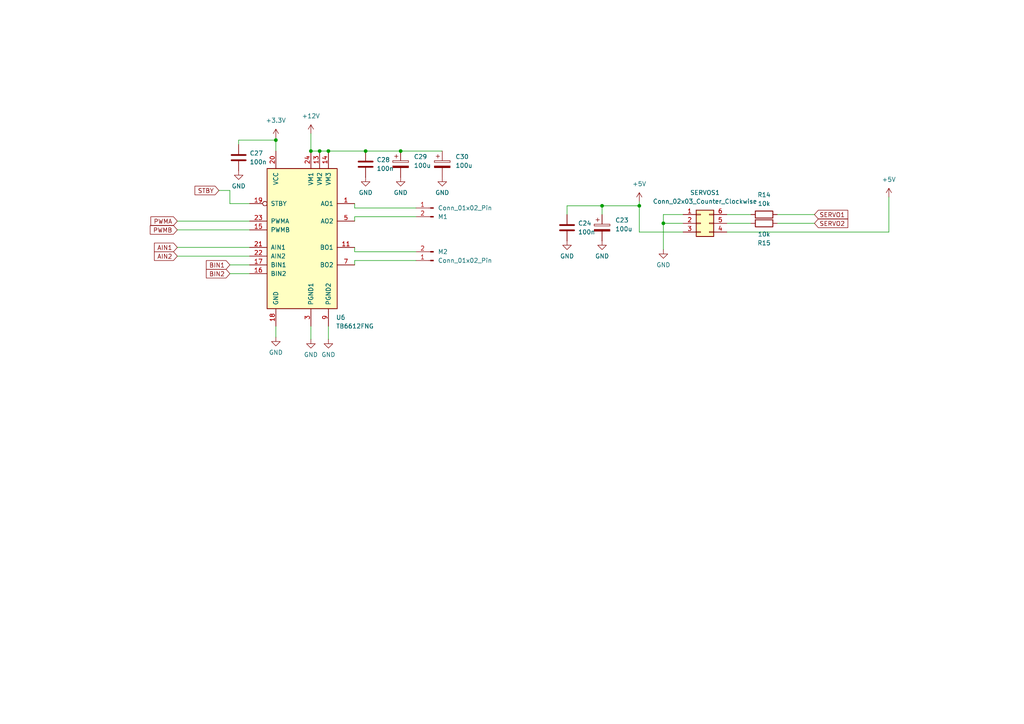
<source format=kicad_sch>
(kicad_sch (version 20231120) (generator "eeschema") (generator_version "8.0")
  (paper "A4")
  (lib_symbols
    (symbol "Connector:Conn_01x02_Pin" (pin_names (offset 1.016) hide)
      (property "Reference" "J" (at 0 2.54 0))
      (property "Value" "Conn_01x02_Pin" (at 0 -5.08 0))
      (symbol "Conn_01x02_Pin_1_1"
        (polyline (pts (xy 1.27 -2.54) (xy 0.8636 -2.54)) (stroke (width 0.1524)))
        (polyline (pts (xy 1.27 0) (xy 0.8636 0)) (stroke (width 0.1524)))
        (rectangle (start 0.8636 -2.413) (end 0 -2.667) (stroke (width 0.1524)) (fill (type outline)))
        (rectangle (start 0.8636 0.127) (end 0 -0.127) (stroke (width 0.1524)) (fill (type outline)))
        (pin passive line (at 5.08 0 180) (length 3.81) (name "Pin_1") (number "1"))
        (pin passive line (at 5.08 -2.54 180) (length 3.81) (name "Pin_2") (number "2"))
      )
    )
    (symbol "Connector_Generic:Conn_02x03_Counter_Clockwise" (pin_names (offset 1.016) hide)
      (property "Reference" "J" (at 1.27 5.08 0))
      (property "Value" "Conn_02x03_Counter_Clockwise" (at 1.27 -5.08 0))
      (symbol "Conn_02x03_Counter_Clockwise_1_1"
        (rectangle (start -1.27 -2.413) (end 0 -2.667) (stroke (width 0.1524)))
        (rectangle (start -1.27 0.127) (end 0 -0.127) (stroke (width 0.1524)))
        (rectangle (start -1.27 2.667) (end 0 2.413) (stroke (width 0.1524)))
        (rectangle (start -1.27 3.81) (end 3.81 -3.81) (stroke (width 0.254)) (fill (type background)))
        (rectangle (start 3.81 -2.413) (end 2.54 -2.667) (stroke (width 0.1524)))
        (rectangle (start 3.81 0.127) (end 2.54 -0.127) (stroke (width 0.1524)))
        (rectangle (start 3.81 2.667) (end 2.54 2.413) (stroke (width 0.1524)))
        (pin passive line (at -5.08 2.54 0) (length 3.81) (name "Pin_1") (number "1"))
        (pin passive line (at -5.08 0 0) (length 3.81) (name "Pin_2") (number "2"))
        (pin passive line (at -5.08 -2.54 0) (length 3.81) (name "Pin_3") (number "3"))
        (pin passive line (at 7.62 -2.54 180) (length 3.81) (name "Pin_4") (number "4"))
        (pin passive line (at 7.62 0 180) (length 3.81) (name "Pin_5") (number "5"))
        (pin passive line (at 7.62 2.54 180) (length 3.81) (name "Pin_6") (number "6"))
      )
    )
    (symbol "Device:C" (pin_numbers hide) (pin_names (offset 0.254))
      (property "Reference" "C" (at 0.635 2.54 0))
      (property "Value" "C" (at 0.635 -2.54 0))
      (symbol "C_0_1"
        (polyline (pts (xy -2.032 -0.762) (xy 2.032 -0.762)) (stroke (width 0.508)))
        (polyline (pts (xy -2.032 0.762) (xy 2.032 0.762)) (stroke (width 0.508)))
      )
      (symbol "C_1_1"
        (pin passive line (at 0 3.81 270) (length 2.794) (name "~") (number "1"))
        (pin passive line (at 0 -3.81 90) (length 2.794) (name "~") (number "2"))
      )
    )
    (symbol "Device:C_Polarized" (pin_numbers hide) (pin_names (offset 0.254))
      (property "Reference" "C" (at 0.635 2.54 0))
      (property "Value" "C_Polarized" (at 0.635 -2.54 0))
      (symbol "C_Polarized_0_1"
        (rectangle (start -2.286 0.508) (end 2.286 1.016))
        (polyline (pts (xy -1.778 2.286) (xy -0.762 2.286)))
        (polyline (pts (xy -1.27 2.794) (xy -1.27 1.778)))
        (rectangle (start 2.286 -0.508) (end -2.286 -1.016) (fill (type outline)))
      )
      (symbol "C_Polarized_1_1"
        (pin passive line (at 0 3.81 270) (length 2.794) (name "~") (number "1"))
        (pin passive line (at 0 -3.81 90) (length 2.794) (name "~") (number "2"))
      )
    )
    (symbol "Device:R" (pin_numbers hide) (pin_names (offset 0))
      (property "Reference" "R" (at 2.032 0 90))
      (property "Value" "R" (at 0 0 90))
      (symbol "R_0_1"
        (rectangle (start -1.016 -2.54) (end 1.016 2.54) (stroke (width 0.254)))
      )
      (symbol "R_1_1"
        (pin passive line (at 0 3.81 270) (length 1.27) (name "~") (number "1"))
        (pin passive line (at 0 -3.81 90) (length 1.27) (name "~") (number "2"))
      )
    )
    (symbol "Driver_Motor:TB6612FNG" (pin_names (offset 1.016))
      (property "Reference" "U" (at 11.43 17.78 0))
      (property "Value" "TB6612FNG" (at 11.43 15.24 0))
      (symbol "TB6612FNG_0_1"
        (rectangle (start -10.16 20.32) (end 10.16 -20.32) (stroke (width 0.254)) (fill (type background)))
      )
      (symbol "TB6612FNG_1_1"
        (pin output line (at 15.24 10.16 180) (length 5.08) (name "AO1") (number "1"))
        (pin passive line (at 7.62 -25.4 90) (length 5.08) hide (name "PGND2") (number "10"))
        (pin output line (at 15.24 -2.54 180) (length 5.08) (name "BO1") (number "11"))
        (pin passive line (at 15.24 -2.54 180) (length 5.08) hide (name "BO1") (number "12"))
        (pin power_in line (at 5.08 25.4 270) (length 5.08) (name "VM2") (number "13"))
        (pin power_in line (at 7.62 25.4 270) (length 5.08) (name "VM3") (number "14"))
        (pin input line (at -15.24 2.54 0) (length 5.08) (name "PWMB") (number "15"))
        (pin input line (at -15.24 -10.16 0) (length 5.08) (name "BIN2") (number "16"))
        (pin input line (at -15.24 -7.62 0) (length 5.08) (name "BIN1") (number "17"))
        (pin power_in line (at -7.62 -25.4 90) (length 5.08) (name "GND") (number "18"))
        (pin input inverted (at -15.24 10.16 0) (length 5.08) (name "STBY") (number "19"))
        (pin passive line (at 15.24 10.16 180) (length 5.08) hide (name "AO1") (number "2"))
        (pin power_in line (at -7.62 25.4 270) (length 5.08) (name "VCC") (number "20"))
        (pin input line (at -15.24 -2.54 0) (length 5.08) (name "AIN1") (number "21"))
        (pin input line (at -15.24 -5.08 0) (length 5.08) (name "AIN2") (number "22"))
        (pin input line (at -15.24 5.08 0) (length 5.08) (name "PWMA") (number "23"))
        (pin power_in line (at 2.54 25.4 270) (length 5.08) (name "VM1") (number "24"))
        (pin power_in line (at 2.54 -25.4 90) (length 5.08) (name "PGND1") (number "3"))
        (pin passive line (at 2.54 -25.4 90) (length 5.08) hide (name "PGND1") (number "4"))
        (pin output line (at 15.24 5.08 180) (length 5.08) (name "AO2") (number "5"))
        (pin passive line (at 15.24 5.08 180) (length 5.08) hide (name "AO2") (number "6"))
        (pin output line (at 15.24 -7.62 180) (length 5.08) (name "BO2") (number "7"))
        (pin passive line (at 15.24 -7.62 180) (length 5.08) hide (name "BO2") (number "8"))
        (pin power_in line (at 7.62 -25.4 90) (length 5.08) (name "PGND2") (number "9"))
      )
    )
    (symbol "power:+3.3V" (power) (pin_names (offset 0))
      (property "Value" "+3.3V" (at 0 3.556 0))
      (symbol "+3.3V_0_1"
        (polyline (pts (xy -0.762 1.27) (xy 0 2.54)))
        (polyline (pts (xy 0 0) (xy 0 2.54)))
        (polyline (pts (xy 0 2.54) (xy 0.762 1.27)))
      )
      (symbol "+3.3V_1_1"
        (pin power_in line (at 0 0 90) (length 0) hide (name "+3.3V") (number "1"))
      )
    )
    (symbol "power:GND" (power) (pin_numbers hide) (pin_names (offset 0) hide)
      (property "Value" "GND" (at 0 -3.81 0))
      (symbol "GND_0_1"
        (polyline (pts (xy 0 0) (xy 0 -1.27) (xy 1.27 -1.27) (xy 0 -2.54) (xy -1.27 -1.27) (xy 0 -1.27)))
      )
      (symbol "GND_1_1"
        (pin power_in line (at 0 0 270) (length 0) (name "~") (number "1"))
      )
    )
    (symbol "power:VCC" (power) (pin_names (offset 0))
      (property "Value" "VCC" (at 0 3.81 0))
      (symbol "VCC_0_1"
        (polyline (pts (xy -0.762 1.27) (xy 0 2.54)))
        (polyline (pts (xy 0 0) (xy 0 2.54)))
        (polyline (pts (xy 0 2.54) (xy 0.762 1.27)))
      )
      (symbol "VCC_1_1"
        (pin power_in line (at 0 0 90) (length 0) hide (name "VCC") (number "1"))
      )
    )
  )
  (junction (at 106.045 43.815))
  (junction (at 92.71 43.815))
  (junction (at 192.405 64.77))
  (junction (at 80.01 40.64))
  (junction (at 185.42 59.69))
  (junction (at 116.205 43.815))
  (junction (at 174.625 59.69))
  (junction (at 90.17 43.815))
  (junction (at 95.25 43.815))
  (wire (pts (xy 90.17 38.735) (xy 90.17 43.815)))
  (wire (pts (xy 116.205 43.815) (xy 128.27 43.815)))
  (wire (pts (xy 225.425 64.77) (xy 236.22 64.77)))
  (wire (pts (xy 102.87 73.025) (xy 102.87 71.755)))
  (wire (pts (xy 69.215 41.91) (xy 69.215 40.64)))
  (wire (pts (xy 80.01 94.615) (xy 80.01 97.79)))
  (wire (pts (xy 80.01 40.005) (xy 80.01 40.64)))
  (wire (pts (xy 51.435 74.295) (xy 72.39 74.295)))
  (wire (pts (xy 95.25 43.815) (xy 106.045 43.815)))
  (wire (pts (xy 66.675 76.835) (xy 72.39 76.835)))
  (wire (pts (xy 63.5 55.245) (xy 66.675 55.245)))
  (wire (pts (xy 102.87 62.865) (xy 102.87 64.135)))
  (wire (pts (xy 225.425 62.23) (xy 236.22 62.23)))
  (wire (pts (xy 102.87 73.025) (xy 120.65 73.025)))
  (wire (pts (xy 120.65 60.325) (xy 102.87 60.325)))
  (wire (pts (xy 185.42 59.69) (xy 185.42 58.42)))
  (wire (pts (xy 92.71 43.815) (xy 95.25 43.815)))
  (wire (pts (xy 120.65 75.565) (xy 102.87 75.565)))
  (wire (pts (xy 185.42 67.31) (xy 185.42 59.69)))
  (wire (pts (xy 102.87 75.565) (xy 102.87 76.835)))
  (wire (pts (xy 257.81 67.31) (xy 257.81 57.15)))
  (wire (pts (xy 102.87 62.865) (xy 120.65 62.865)))
  (wire (pts (xy 192.405 64.77) (xy 198.12 64.77)))
  (wire (pts (xy 210.82 64.77) (xy 217.805 64.77)))
  (wire (pts (xy 51.435 66.675) (xy 72.39 66.675)))
  (wire (pts (xy 174.625 62.23) (xy 174.625 59.69)))
  (wire (pts (xy 80.01 40.64) (xy 80.01 43.815)))
  (wire (pts (xy 95.25 94.615) (xy 95.25 98.425)))
  (wire (pts (xy 51.435 64.135) (xy 72.39 64.135)))
  (wire (pts (xy 66.675 59.055) (xy 72.39 59.055)))
  (wire (pts (xy 192.405 62.23) (xy 198.12 62.23)))
  (wire (pts (xy 69.215 40.64) (xy 80.01 40.64)))
  (wire (pts (xy 102.87 60.325) (xy 102.87 59.055)))
  (wire (pts (xy 90.17 94.615) (xy 90.17 98.425)))
  (wire (pts (xy 51.435 71.755) (xy 72.39 71.755)))
  (wire (pts (xy 210.82 62.23) (xy 217.805 62.23)))
  (wire (pts (xy 66.675 79.375) (xy 72.39 79.375)))
  (wire (pts (xy 164.465 62.23) (xy 164.465 59.69)))
  (wire (pts (xy 174.625 59.69) (xy 185.42 59.69)))
  (wire (pts (xy 66.675 55.245) (xy 66.675 59.055)))
  (wire (pts (xy 192.405 64.77) (xy 192.405 62.23)))
  (wire (pts (xy 90.17 43.815) (xy 92.71 43.815)))
  (wire (pts (xy 164.465 59.69) (xy 174.625 59.69)))
  (wire (pts (xy 192.405 72.39) (xy 192.405 64.77)))
  (wire (pts (xy 210.82 67.31) (xy 257.81 67.31)))
  (wire (pts (xy 106.045 43.815) (xy 116.205 43.815)))
  (wire (pts (xy 198.12 67.31) (xy 185.42 67.31)))
  (global_label "SERVO1" (shape input) (at 236.22 62.23 0) (property "Intersheetrefs" "${INTERSHEET_REFS}" (effects (hide yes))))
  (global_label "BIN2" (shape input) (at 66.675 79.375 180) (property "Intersheetrefs" "${INTERSHEET_REFS}" (effects (hide yes))))
  (global_label "BIN1" (shape input) (at 66.675 76.835 180) (property "Intersheetrefs" "${INTERSHEET_REFS}" (effects (hide yes))))
  (global_label "PWMB" (shape input) (at 51.435 66.675 180) (property "Intersheetrefs" "${INTERSHEET_REFS}" (effects (hide yes))))
  (global_label "SERVO2" (shape input) (at 236.22 64.77 0) (property "Intersheetrefs" "${INTERSHEET_REFS}" (effects (hide yes))))
  (global_label "AIN1" (shape input) (at 51.435 71.755 180) (property "Intersheetrefs" "${INTERSHEET_REFS}" (effects (hide yes))))
  (global_label "AIN2" (shape input) (at 51.435 74.295 180) (property "Intersheetrefs" "${INTERSHEET_REFS}" (effects (hide yes))))
  (global_label "PWMA" (shape input) (at 51.435 64.135 180) (property "Intersheetrefs" "${INTERSHEET_REFS}" (effects (hide yes))))
  (global_label "STBY" (shape input) (at 63.5 55.245 180) (property "Intersheetrefs" "${INTERSHEET_REFS}" (effects (hide yes))))
  (symbol (lib_id "Driver_Motor:TB6612FNG") (at 87.63 69.215 0) (unit 1)
    (property "Reference" "U6" (at 97.4441 92.075 0) (effects (justify left)))
    (property "Value" "TB6612FNG" (at 97.4441 94.615 0) (effects (justify left)))
    (property "Footprint" "Package_SO:SSOP-24_5.3x8.2mm_P0.65mm" (effects (hide yes)))
    (property "Datasheet" "https://toshiba.semicon-storage.com/us/product/linear/motordriver/detail.TB6612FNG.html" (effects (hide yes)))
    (property "Description" "Driver IC for Dual DC motor, SSOP-24" (effects (hide yes)))
  )
  (symbol (lib_id "Device:C") (at 106.045 47.625 0) (unit 1)
    (property "Reference" "C28" (at 109.22 46.3549 0) (effects (justify left)))
    (property "Value" "100n" (at 109.22 48.8949 0) (effects (justify left)))
    (property "Footprint" "Capacitor_SMD:C_0603_1608Metric_Pad1.08x0.95mm_HandSolder" (effects (hide yes)))
    (property "Description" "Unpolarized capacitor" (effects (hide yes)))
  )
  (symbol (lib_id "power:VCC") (at 90.17 38.735 0) (unit 1)
    (property "Reference" "#PWR071" (effects (hide yes)))
    (property "Value" "+12V" (at 90.17 33.655 0))
    (property "Description" "Power symbol creates a global label with name \"VCC\"" (effects (hide yes)))
  )
  (symbol (lib_id "Device:C_Polarized") (at 174.625 66.04 0) (unit 1)
    (property "Reference" "C23" (at 178.435 63.8809 0) (effects (justify left)))
    (property "Value" "100u" (at 178.435 66.4209 0) (effects (justify left)))
    (property "Footprint" "Capacitor_Tantalum_SMD:CP_EIA-7132-28_AVX-C_Pad2.72x3.50mm_HandSolder" (effects (hide yes)))
    (property "Description" "Polarized capacitor" (effects (hide yes)))
  )
  (symbol (lib_id "power:+3.3V") (at 257.81 57.15 0) (unit 1)
    (property "Reference" "#PWR075" (effects (hide yes)))
    (property "Value" "+5V" (at 257.81 52.07 0))
  )
  (symbol (lib_id "power:GND") (at 128.27 51.435 0) (unit 1)
    (property "Reference" "#PWR089" (effects (hide yes)))
    (property "Value" "GND" (at 128.27 55.88 0))
    (property "Description" "Power symbol creates a global label with name \"GND\" , ground" (effects (hide yes)))
  )
  (symbol (lib_id "Device:R") (at 221.615 64.77 270) (mirror x) (unit 1)
    (property "Reference" "R15" (at 221.615 70.485 90))
    (property "Value" "10k" (at 221.615 67.945 90))
    (property "Footprint" "Resistor_SMD:R_0603_1608Metric_Pad0.98x0.95mm_HandSolder" (effects (hide yes)))
    (property "Description" "Resistor" (effects (hide yes)))
  )
  (symbol (lib_id "power:GND") (at 80.01 97.79 0) (unit 1)
    (property "Reference" "#PWR067" (effects (hide yes)))
    (property "Value" "GND" (at 80.01 102.235 0))
    (property "Description" "Power symbol creates a global label with name \"GND\" , ground" (effects (hide yes)))
  )
  (symbol (lib_id "power:GND") (at 192.405 72.39 0) (unit 1)
    (property "Reference" "#PWR076" (effects (hide yes)))
    (property "Value" "GND" (at 192.405 76.835 0))
    (property "Description" "Power symbol creates a global label with name \"GND\" , ground" (effects (hide yes)))
  )
  (symbol (lib_id "power:GND") (at 106.045 51.435 0) (unit 1)
    (property "Reference" "#PWR087" (effects (hide yes)))
    (property "Value" "GND" (at 106.045 55.88 0))
    (property "Description" "Power symbol creates a global label with name \"GND\" , ground" (effects (hide yes)))
  )
  (symbol (lib_id "Device:C_Polarized") (at 116.205 47.625 0) (unit 1)
    (property "Reference" "C29" (at 120.015 45.4659 0) (effects (justify left)))
    (property "Value" "100u" (at 120.015 48.0059 0) (effects (justify left)))
    (property "Footprint" "Capacitor_Tantalum_SMD:CP_EIA-7132-28_AVX-C_Pad2.72x3.50mm_HandSolder" (effects (hide yes)))
    (property "Description" "Polarized capacitor" (effects (hide yes)))
  )
  (symbol (lib_id "Connector_Generic:Conn_02x03_Counter_Clockwise") (at 203.2 64.77 0) (unit 1)
    (property "Reference" "SERVOS1" (at 204.47 55.88 0))
    (property "Value" "Conn_02x03_Counter_Clockwise" (at 204.47 58.42 0))
    (property "Footprint" "Connector_PinHeader_2.54mm:PinHeader_2x03_P2.54mm_Horizontal" (effects (hide yes)))
    (property "Description" "Generic connector, double row, 02x03, counter clockwise pin numbering scheme (similar to DIP package numbering), script generated (kicad-library-utils/schlib/autogen/connector/)" (effects (hide yes)))
  )
  (symbol (lib_id "power:GND") (at 174.625 69.85 0) (unit 1)
    (property "Reference" "#PWR077" (effects (hide yes)))
    (property "Value" "GND" (at 174.625 74.295 0))
    (property "Description" "Power symbol creates a global label with name \"GND\" , ground" (effects (hide yes)))
  )
  (symbol (lib_id "power:GND") (at 164.465 69.85 0) (unit 1)
    (property "Reference" "#PWR078" (effects (hide yes)))
    (property "Value" "GND" (at 164.465 74.295 0))
    (property "Description" "Power symbol creates a global label with name \"GND\" , ground" (effects (hide yes)))
  )
  (symbol (lib_id "Device:C") (at 164.465 66.04 0) (unit 1)
    (property "Reference" "C24" (at 167.64 64.7699 0) (effects (justify left)))
    (property "Value" "100n" (at 167.64 67.3099 0) (effects (justify left)))
    (property "Footprint" "Capacitor_SMD:C_0603_1608Metric_Pad1.08x0.95mm_HandSolder" (effects (hide yes)))
    (property "Description" "Unpolarized capacitor" (effects (hide yes)))
  )
  (symbol (lib_id "Device:C") (at 69.215 45.72 0) (unit 1)
    (property "Reference" "C27" (at 72.39 44.4499 0) (effects (justify left)))
    (property "Value" "100n" (at 72.39 46.9899 0) (effects (justify left)))
    (property "Footprint" "Capacitor_SMD:C_0603_1608Metric_Pad1.08x0.95mm_HandSolder" (effects (hide yes)))
    (property "Description" "Unpolarized capacitor" (effects (hide yes)))
  )
  (symbol (lib_id "power:+3.3V") (at 185.42 58.42 0) (unit 1)
    (property "Reference" "#PWR074" (effects (hide yes)))
    (property "Value" "+5V" (at 185.42 53.34 0))
  )
  (symbol (lib_id "Device:C_Polarized") (at 128.27 47.625 0) (unit 1)
    (property "Reference" "C30" (at 132.08 45.4659 0) (effects (justify left)))
    (property "Value" "100u" (at 132.08 48.0059 0) (effects (justify left)))
    (property "Footprint" "Capacitor_Tantalum_SMD:CP_EIA-7132-28_AVX-C_Pad2.72x3.50mm_HandSolder" (effects (hide yes)))
    (property "Description" "Polarized capacitor" (effects (hide yes)))
  )
  (symbol (lib_id "Connector:Conn_01x02_Pin") (at 125.73 60.325 0) (mirror y) (unit 1)
    (property "Reference" "M1" (at 127 62.8651 0) (effects (justify right)))
    (property "Value" "Conn_01x02_Pin" (at 127 60.3251 0) (effects (justify right)))
    (property "Footprint" "Connector_AMASS:AMASS_XT30PW-M_1x02_P2.50mm_Horizontal" (effects (hide yes)))
    (property "Description" "Generic connector, single row, 01x02, script generated" (effects (hide yes)))
  )
  (symbol (lib_id "power:GND") (at 116.205 51.435 0) (unit 1)
    (property "Reference" "#PWR088" (effects (hide yes)))
    (property "Value" "GND" (at 116.205 55.88 0))
    (property "Description" "Power symbol creates a global label with name \"GND\" , ground" (effects (hide yes)))
  )
  (symbol (lib_id "Device:R") (at 221.615 62.23 90) (unit 1)
    (property "Reference" "R14" (at 221.615 56.515 90))
    (property "Value" "10k" (at 221.615 59.055 90))
    (property "Footprint" "Resistor_SMD:R_0603_1608Metric_Pad0.98x0.95mm_HandSolder" (effects (hide yes)))
    (property "Description" "Resistor" (effects (hide yes)))
  )
  (symbol (lib_id "power:GND") (at 69.215 49.53 0) (unit 1)
    (property "Reference" "#PWR086" (effects (hide yes)))
    (property "Value" "GND" (at 69.215 53.975 0))
    (property "Description" "Power symbol creates a global label with name \"GND\" , ground" (effects (hide yes)))
  )
  (symbol (lib_id "power:GND") (at 90.17 98.425 0) (unit 1)
    (property "Reference" "#PWR068" (effects (hide yes)))
    (property "Value" "GND" (at 90.17 102.87 0))
    (property "Description" "Power symbol creates a global label with name \"GND\" , ground" (effects (hide yes)))
  )
  (symbol (lib_id "power:GND") (at 95.25 98.425 0) (unit 1)
    (property "Reference" "#PWR069" (effects (hide yes)))
    (property "Value" "GND" (at 95.25 102.87 0))
    (property "Description" "Power symbol creates a global label with name \"GND\" , ground" (effects (hide yes)))
  )
  (symbol (lib_id "power:+3.3V") (at 80.01 40.005 0) (unit 1)
    (property "Reference" "#PWR070" (effects (hide yes)))
    (property "Value" "+3.3V" (at 80.01 34.925 0))
  )
  (symbol (lib_id "Connector:Conn_01x02_Pin") (at 125.73 75.565 180) (unit 1)
    (property "Reference" "M2" (at 127 73.0249 0) (effects (justify right)))
    (property "Value" "Conn_01x02_Pin" (at 127 75.5649 0) (effects (justify right)))
    (property "Footprint" "Connector_AMASS:AMASS_XT30PW-M_1x02_P2.50mm_Horizontal" (effects (hide yes)))
    (property "Description" "Generic connector, single row, 01x02, script generated" (effects (hide yes)))
  )
)
</source>
